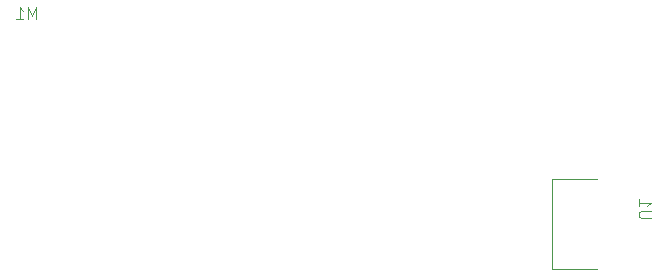
<source format=gbr>
%TF.GenerationSoftware,KiCad,Pcbnew,7.0.10*%
%TF.CreationDate,2024-01-23T18:00:44-08:00*%
%TF.ProjectId,pcb-test-3,7063622d-7465-4737-942d-332e6b696361,rev?*%
%TF.SameCoordinates,Original*%
%TF.FileFunction,Legend,Bot*%
%TF.FilePolarity,Positive*%
%FSLAX46Y46*%
G04 Gerber Fmt 4.6, Leading zero omitted, Abs format (unit mm)*
G04 Created by KiCad (PCBNEW 7.0.10) date 2024-01-23 18:00:44*
%MOMM*%
%LPD*%
G01*
G04 APERTURE LIST*
%ADD10C,0.100000*%
G04 APERTURE END LIST*
D10*
X149362580Y-83311904D02*
X148553057Y-83311904D01*
X148553057Y-83311904D02*
X148457819Y-83264285D01*
X148457819Y-83264285D02*
X148410200Y-83216666D01*
X148410200Y-83216666D02*
X148362580Y-83121428D01*
X148362580Y-83121428D02*
X148362580Y-82930952D01*
X148362580Y-82930952D02*
X148410200Y-82835714D01*
X148410200Y-82835714D02*
X148457819Y-82788095D01*
X148457819Y-82788095D02*
X148553057Y-82740476D01*
X148553057Y-82740476D02*
X149362580Y-82740476D01*
X148362580Y-81740476D02*
X148362580Y-82311904D01*
X148362580Y-82026190D02*
X149362580Y-82026190D01*
X149362580Y-82026190D02*
X149219723Y-82121428D01*
X149219723Y-82121428D02*
X149124485Y-82216666D01*
X149124485Y-82216666D02*
X149076866Y-82311904D01*
X97329523Y-66497419D02*
X97329523Y-65497419D01*
X97329523Y-65497419D02*
X96996190Y-66211704D01*
X96996190Y-66211704D02*
X96662857Y-65497419D01*
X96662857Y-65497419D02*
X96662857Y-66497419D01*
X95662857Y-66497419D02*
X96234285Y-66497419D01*
X95948571Y-66497419D02*
X95948571Y-65497419D01*
X95948571Y-65497419D02*
X96043809Y-65640276D01*
X96043809Y-65640276D02*
X96139047Y-65735514D01*
X96139047Y-65735514D02*
X96234285Y-65783133D01*
%TO.C,U1*%
X144780000Y-87630000D02*
X140970000Y-87630000D01*
X140970000Y-87630000D02*
X140970000Y-80010000D01*
X140970000Y-80010000D02*
X144780000Y-80010000D01*
%TD*%
M02*

</source>
